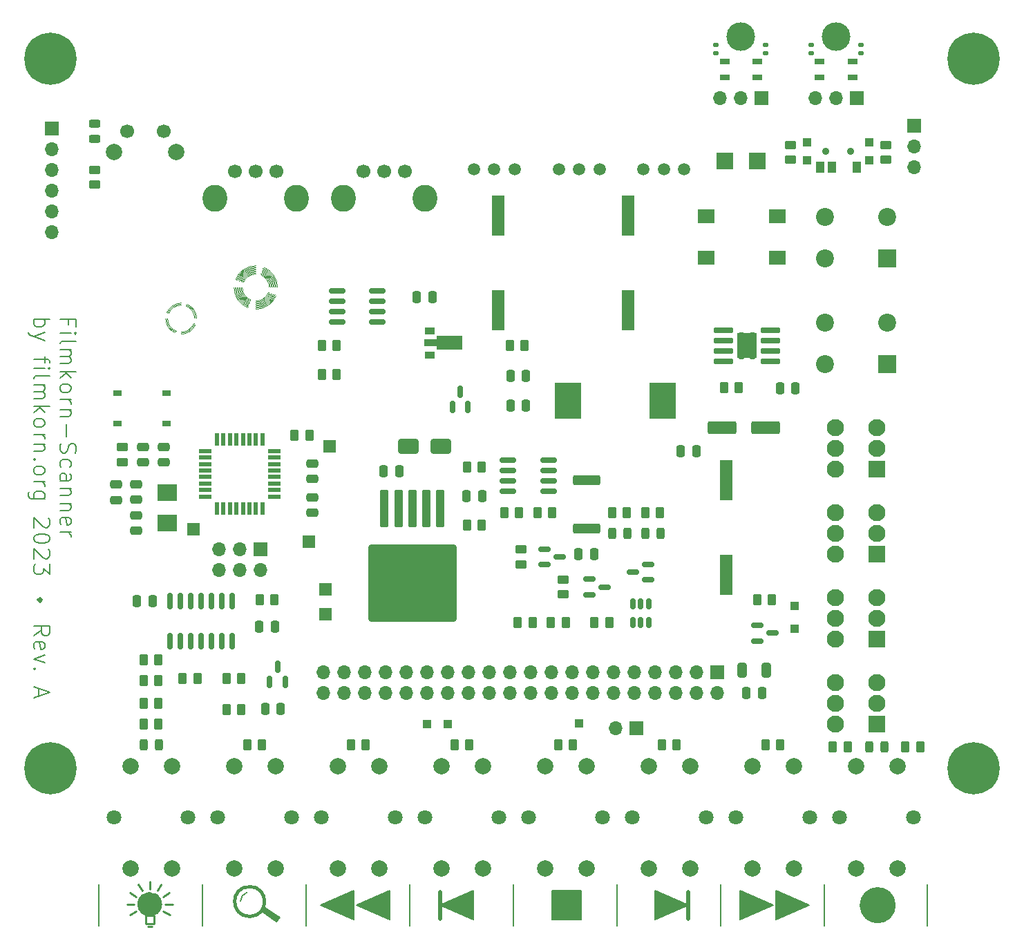
<source format=gts>
%TF.GenerationSoftware,KiCad,Pcbnew,7.0.9-29-ge2d8d53a10*%
%TF.CreationDate,2023-11-19T17:16:07+01:00*%
%TF.ProjectId,scan-controller-kicad,7363616e-2d63-46f6-9e74-726f6c6c6572,rev?*%
%TF.SameCoordinates,Original*%
%TF.FileFunction,Soldermask,Top*%
%TF.FilePolarity,Negative*%
%FSLAX46Y46*%
G04 Gerber Fmt 4.6, Leading zero omitted, Abs format (unit mm)*
G04 Created by KiCad (PCBNEW 7.0.9-29-ge2d8d53a10) date 2023-11-19 17:16:07*
%MOMM*%
%LPD*%
G01*
G04 APERTURE LIST*
G04 Aperture macros list*
%AMRoundRect*
0 Rectangle with rounded corners*
0 $1 Rounding radius*
0 $2 $3 $4 $5 $6 $7 $8 $9 X,Y pos of 4 corners*
0 Add a 4 corners polygon primitive as box body*
4,1,4,$2,$3,$4,$5,$6,$7,$8,$9,$2,$3,0*
0 Add four circle primitives for the rounded corners*
1,1,$1+$1,$2,$3*
1,1,$1+$1,$4,$5*
1,1,$1+$1,$6,$7*
1,1,$1+$1,$8,$9*
0 Add four rect primitives between the rounded corners*
20,1,$1+$1,$2,$3,$4,$5,0*
20,1,$1+$1,$4,$5,$6,$7,0*
20,1,$1+$1,$6,$7,$8,$9,0*
20,1,$1+$1,$8,$9,$2,$3,0*%
%AMFreePoly0*
4,1,9,3.862500,-0.866500,0.737500,-0.866500,0.737500,-0.450000,-0.737500,-0.450000,-0.737500,0.450000,0.737500,0.450000,0.737500,0.866500,3.862500,0.866500,3.862500,-0.866500,3.862500,-0.866500,$1*%
G04 Aperture macros list end*
%ADD10C,0.120000*%
%ADD11C,0.150000*%
%ADD12C,0.250000*%
%ADD13C,0.200000*%
%ADD14C,2.230261*%
%ADD15C,1.528521*%
%ADD16C,0.500000*%
%ADD17C,0.400000*%
%ADD18R,1.000000X1.400000*%
%ADD19R,1.000000X1.000000*%
%ADD20C,0.900000*%
%ADD21R,1.200000X0.700000*%
%ADD22R,2.100000X1.800000*%
%ADD23O,1.700000X1.700000*%
%ADD24R,1.700000X1.700000*%
%ADD25C,2.000000*%
%ADD26C,1.800000*%
%ADD27R,1.500000X1.500000*%
%ADD28C,2.100000*%
%ADD29R,2.100000X2.100000*%
%ADD30RoundRect,0.250000X0.250000X0.475000X-0.250000X0.475000X-0.250000X-0.475000X0.250000X-0.475000X0*%
%ADD31C,1.520000*%
%ADD32RoundRect,0.250000X-1.000000X-0.650000X1.000000X-0.650000X1.000000X0.650000X-1.000000X0.650000X0*%
%ADD33R,1.000000X0.750000*%
%ADD34RoundRect,0.250000X0.475000X-0.250000X0.475000X0.250000X-0.475000X0.250000X-0.475000X-0.250000X0*%
%ADD35RoundRect,0.250000X1.425000X-0.362500X1.425000X0.362500X-1.425000X0.362500X-1.425000X-0.362500X0*%
%ADD36RoundRect,0.250000X0.450000X-0.262500X0.450000X0.262500X-0.450000X0.262500X-0.450000X-0.262500X0*%
%ADD37RoundRect,0.250000X-0.262500X-0.450000X0.262500X-0.450000X0.262500X0.450000X-0.262500X0.450000X0*%
%ADD38R,2.000000X2.000000*%
%ADD39RoundRect,0.243750X0.243750X0.456250X-0.243750X0.456250X-0.243750X-0.456250X0.243750X-0.456250X0*%
%ADD40RoundRect,0.150000X-0.825000X-0.150000X0.825000X-0.150000X0.825000X0.150000X-0.825000X0.150000X0*%
%ADD41R,1.300000X0.900000*%
%ADD42FreePoly0,0.000000*%
%ADD43RoundRect,0.250000X-0.250000X-0.475000X0.250000X-0.475000X0.250000X0.475000X-0.250000X0.475000X0*%
%ADD44RoundRect,0.250000X0.262500X0.450000X-0.262500X0.450000X-0.262500X-0.450000X0.262500X-0.450000X0*%
%ADD45C,3.500000*%
%ADD46C,2.600000*%
%ADD47RoundRect,0.150000X-0.587500X-0.150000X0.587500X-0.150000X0.587500X0.150000X-0.587500X0.150000X0*%
%ADD48RoundRect,0.250000X-0.325000X-0.650000X0.325000X-0.650000X0.325000X0.650000X-0.325000X0.650000X0*%
%ADD49RoundRect,0.243750X-0.243750X-0.456250X0.243750X-0.456250X0.243750X0.456250X-0.243750X0.456250X0*%
%ADD50RoundRect,0.250000X-0.300000X0.300000X-0.300000X-0.300000X0.300000X-0.300000X0.300000X0.300000X0*%
%ADD51C,0.800000*%
%ADD52C,6.400000*%
%ADD53C,2.200000*%
%ADD54R,2.200000X2.200000*%
%ADD55RoundRect,0.150000X0.587500X0.150000X-0.587500X0.150000X-0.587500X-0.150000X0.587500X-0.150000X0*%
%ADD56O,3.000000X3.300000*%
%ADD57C,1.700000*%
%ADD58RoundRect,0.135000X-0.185000X0.135000X-0.185000X-0.135000X0.185000X-0.135000X0.185000X0.135000X0*%
%ADD59RoundRect,0.243750X-0.456250X0.243750X-0.456250X-0.243750X0.456250X-0.243750X0.456250X0.243750X0*%
%ADD60RoundRect,0.250000X1.500000X0.550000X-1.500000X0.550000X-1.500000X-0.550000X1.500000X-0.550000X0*%
%ADD61RoundRect,0.250000X-0.475000X0.250000X-0.475000X-0.250000X0.475000X-0.250000X0.475000X0.250000X0*%
%ADD62RoundRect,0.150000X0.150000X-0.825000X0.150000X0.825000X-0.150000X0.825000X-0.150000X-0.825000X0*%
%ADD63R,1.600000X5.000000*%
%ADD64R,3.250000X4.500000*%
%ADD65RoundRect,0.150000X0.150000X-0.512500X0.150000X0.512500X-0.150000X0.512500X-0.150000X-0.512500X0*%
%ADD66C,0.770000*%
%ADD67RoundRect,0.070000X-1.100000X-0.250000X1.100000X-0.250000X1.100000X0.250000X-1.100000X0.250000X0*%
%ADD68R,2.400000X3.100000*%
%ADD69RoundRect,0.150000X0.150000X-0.587500X0.150000X0.587500X-0.150000X0.587500X-0.150000X-0.587500X0*%
%ADD70R,2.400000X2.000000*%
%ADD71R,0.550000X1.600000*%
%ADD72R,1.600000X0.550000*%
%ADD73RoundRect,0.250000X-0.450000X0.262500X-0.450000X-0.262500X0.450000X-0.262500X0.450000X0.262500X0*%
%ADD74RoundRect,0.250000X-0.300000X2.050000X-0.300000X-2.050000X0.300000X-2.050000X0.300000X2.050000X0*%
%ADD75RoundRect,0.250002X-5.149998X4.449998X-5.149998X-4.449998X5.149998X-4.449998X5.149998X4.449998X0*%
G04 APERTURE END LIST*
D10*
X140716000Y-79121000D02*
G75*
G03*
X138965047Y-80275541I0J-1905000D01*
G01*
D11*
X166267548Y-154686000D02*
X162203548Y-152908000D01*
X166267548Y-151130000D01*
X166267548Y-154686000D01*
G36*
X166267548Y-154686000D02*
G01*
X162203548Y-152908000D01*
X166267548Y-151130000D01*
X166267548Y-154686000D01*
G37*
D10*
X151637999Y-77216000D02*
G75*
G03*
X150497178Y-75556095I-1777999J0D01*
G01*
D11*
X176530000Y-154686000D02*
X172466000Y-152908000D01*
X176530000Y-151130000D01*
X176530000Y-154686000D01*
G36*
X176530000Y-154686000D02*
G01*
X172466000Y-152908000D01*
X176530000Y-151130000D01*
X176530000Y-154686000D01*
G37*
D10*
X149860000Y-79628999D02*
G75*
G03*
X152108170Y-78092525I0J2412999D01*
G01*
X149860000Y-79882999D02*
G75*
G03*
X152332798Y-78215076I0J2666999D01*
G01*
X147447001Y-77216000D02*
G75*
G03*
X148983475Y-79464170I2412999J0D01*
G01*
D11*
X148786462Y-151335484D02*
G75*
G03*
X147988834Y-152400000I311538J-1064516D01*
G01*
D10*
X149860000Y-75057000D02*
G75*
G03*
X147839047Y-76456374I0J-2159000D01*
G01*
D12*
X138269182Y-150393400D02*
X137811982Y-151155400D01*
D13*
X130656000Y-155448000D02*
X130656000Y-150368000D01*
D10*
X149860000Y-79375000D02*
G75*
G03*
X151880953Y-77975626I0J2159000D01*
G01*
X149860000Y-79247999D02*
G75*
G03*
X151746682Y-77970619I0J2031999D01*
G01*
X152145999Y-77216000D02*
G75*
G03*
X150731127Y-75102489I-2285999J0D01*
G01*
D13*
X168755406Y-155448000D02*
X168755406Y-150368000D01*
D10*
X147320001Y-77216000D02*
G75*
G03*
X148982943Y-79599771I2539999J0D01*
G01*
X151891999Y-77216000D02*
G75*
G03*
X150614619Y-75329318I-2031999J0D01*
G01*
X149860000Y-74676001D02*
G75*
G03*
X147476229Y-76338943I0J-2539999D01*
G01*
X142366999Y-81026000D02*
G75*
G03*
X141307665Y-79484660I-1650999J0D01*
G01*
D11*
X152782427Y-154432000D02*
X152400000Y-154940000D01*
X150622000Y-153670000D01*
X150876000Y-153162000D01*
X152782427Y-154432000D01*
G36*
X152782427Y-154432000D02*
G01*
X152400000Y-154940000D01*
X150622000Y-153670000D01*
X150876000Y-153162000D01*
X152782427Y-154432000D01*
G37*
X161877096Y-154686000D02*
X157813096Y-152908000D01*
X161877096Y-151130000D01*
X161877096Y-154686000D01*
G36*
X161877096Y-154686000D02*
G01*
X157813096Y-152908000D01*
X161877096Y-151130000D01*
X161877096Y-154686000D01*
G37*
D10*
X152019000Y-77216000D02*
G75*
G03*
X150619626Y-75195047I-2159000J0D01*
G01*
X138938001Y-81026000D02*
G75*
G03*
X140078822Y-82685905I1777999J0D01*
G01*
X152399999Y-77216000D02*
G75*
G03*
X150737057Y-74832229I-2539999J0D01*
G01*
X140716000Y-82803999D02*
G75*
G03*
X142375905Y-81663178I0J1777999D01*
G01*
X149860000Y-79755999D02*
G75*
G03*
X152243771Y-78093057I0J2539999D01*
G01*
X147574001Y-77216000D02*
G75*
G03*
X148988873Y-79329511I2285999J0D01*
G01*
X147701000Y-77216000D02*
G75*
G03*
X149100374Y-79236953I2159000J0D01*
G01*
D11*
X213287548Y-152908000D02*
X209223548Y-154686000D01*
X209223548Y-151130000D01*
X213287548Y-152908000D01*
G36*
X213287548Y-152908000D02*
G01*
X209223548Y-154686000D01*
X209223548Y-151130000D01*
X213287548Y-152908000D01*
G37*
D10*
X149860000Y-75184001D02*
G75*
G03*
X147973318Y-76461381I0J-2031999D01*
G01*
X149860000Y-75438001D02*
G75*
G03*
X148200095Y-76578822I0J-1777999D01*
G01*
X148082001Y-77216000D02*
G75*
G03*
X149222822Y-78875905I1777999J0D01*
G01*
D14*
X227175130Y-152908000D02*
G75*
G03*
X227175130Y-152908000I-1115130J0D01*
G01*
D15*
X137624389Y-152786577D02*
G75*
G03*
X137624389Y-152786577I-764260J0D01*
G01*
D10*
X140716000Y-82676999D02*
G75*
G03*
X142257340Y-81617665I0J1650999D01*
G01*
D12*
X136372600Y-154127200D02*
X137388600Y-154127200D01*
X137388600Y-155143200D01*
X136372600Y-155143200D01*
X136372600Y-154127200D01*
D10*
X149860000Y-78867000D02*
G75*
G03*
X151384220Y-77850472I0J1651000D01*
G01*
X149860000Y-78993999D02*
G75*
G03*
X151519905Y-77853178I0J1777999D01*
G01*
X142493999Y-81026000D02*
G75*
G03*
X141353178Y-79366095I-1777999J0D01*
G01*
D13*
X206855406Y-155448000D02*
X206855406Y-150368000D01*
D10*
X140716000Y-79248001D02*
G75*
G03*
X139056095Y-80388822I0J-1777999D01*
G01*
X152526999Y-77216000D02*
G75*
G03*
X150859076Y-74743202I-2666999J0D01*
G01*
D12*
X134977532Y-152786577D02*
X134065482Y-152786577D01*
D10*
X139065001Y-81026000D02*
G75*
G03*
X140124335Y-82567340I1650999J0D01*
G01*
X151765000Y-77216000D02*
G75*
G03*
X150610459Y-75465047I-1905000J0D01*
G01*
D13*
X219556000Y-155448000D02*
X219556000Y-150368000D01*
D10*
X149860000Y-74930001D02*
G75*
G03*
X147746489Y-76344873I0J-2285999D01*
G01*
X148209000Y-77216000D02*
G75*
G03*
X149225528Y-78740220I1651000J0D01*
G01*
D16*
X172466000Y-151257000D02*
X172466000Y-154559000D01*
D10*
X147828001Y-77216000D02*
G75*
G03*
X149105381Y-79102682I2031999J0D01*
G01*
D13*
X232156000Y-155448000D02*
X232156000Y-150368000D01*
D10*
X142621000Y-81026000D02*
G75*
G03*
X141466459Y-79275047I-1905000J0D01*
G01*
X138811000Y-81026000D02*
G75*
G03*
X139965541Y-82776953I1905000J0D01*
G01*
X147193001Y-77216000D02*
G75*
G03*
X148860924Y-79688798I2666999J0D01*
G01*
X147955000Y-77216000D02*
G75*
G03*
X149109541Y-78966953I1905000J0D01*
G01*
D12*
X136626600Y-155498800D02*
X137134600Y-155498800D01*
D11*
X202806092Y-152908000D02*
X198742092Y-154686000D01*
X198742092Y-151130000D01*
X202806092Y-152908000D01*
G36*
X202806092Y-152908000D02*
G01*
X198742092Y-154686000D01*
X198742092Y-151130000D01*
X202806092Y-152908000D01*
G37*
D12*
X135915400Y-151155400D02*
X135458200Y-150393400D01*
D13*
X181455406Y-155448000D02*
X181455406Y-150368000D01*
D12*
X136860129Y-150903980D02*
X136860129Y-149991930D01*
X139661900Y-152786577D02*
X138749850Y-152786577D01*
D11*
X186182000Y-151130000D02*
X189738000Y-151130000D01*
X189738000Y-154686000D01*
X186182000Y-154686000D01*
X186182000Y-151130000D01*
G36*
X186182000Y-151130000D02*
G01*
X189738000Y-151130000D01*
X189738000Y-154686000D01*
X186182000Y-154686000D01*
X186182000Y-151130000D01*
G37*
D17*
X149149154Y-154287244D02*
G75*
G03*
X149098000Y-154287958I-51154J1832294D01*
G01*
D10*
X149860000Y-79501999D02*
G75*
G03*
X151973511Y-78087127I0J2285999D01*
G01*
X149860000Y-75311000D02*
G75*
G03*
X148109047Y-76465541I0J-1905000D01*
G01*
D12*
X138523182Y-153670000D02*
X139335982Y-154101800D01*
X135229600Y-151841200D02*
X134442200Y-151384000D01*
D13*
X143356000Y-155448000D02*
X143356000Y-150368000D01*
D10*
X149860000Y-79121000D02*
G75*
G03*
X151610953Y-77966459I0J1905000D01*
G01*
D16*
X202806092Y-151257000D02*
X202806092Y-154559000D01*
D12*
X134391400Y-154101800D02*
X135204200Y-153670000D01*
D10*
X140716000Y-79375001D02*
G75*
G03*
X139174660Y-80434335I0J-1650999D01*
G01*
D13*
X156056000Y-155448000D02*
X156056000Y-150368000D01*
D10*
X152272999Y-77216000D02*
G75*
G03*
X150736525Y-74967830I-2412999J0D01*
G01*
X140716000Y-82931000D02*
G75*
G03*
X142466953Y-81776459I0J1905000D01*
G01*
X149860000Y-75565000D02*
G75*
G03*
X148335780Y-76581528I0J-1651000D01*
G01*
X149860000Y-74803001D02*
G75*
G03*
X147611830Y-76339475I0J-2412999D01*
G01*
D11*
X217678000Y-152908000D02*
X213614000Y-154686000D01*
X213614000Y-151130000D01*
X217678000Y-152908000D01*
G36*
X217678000Y-152908000D02*
G01*
X213614000Y-154686000D01*
X213614000Y-151130000D01*
X217678000Y-152908000D01*
G37*
D10*
X149860000Y-74549001D02*
G75*
G03*
X147387202Y-76216924I0J-2666999D01*
G01*
D12*
X139285182Y-151384000D02*
X138497782Y-151841200D01*
D13*
X194155406Y-155448000D02*
X194155406Y-150368000D01*
D10*
X151511000Y-77216000D02*
G75*
G03*
X150494472Y-75691780I-1651000J0D01*
G01*
D13*
X126912781Y-81774434D02*
X126912781Y-81107767D01*
X125865162Y-81107767D02*
X127865162Y-81107767D01*
X127865162Y-81107767D02*
X127865162Y-82060148D01*
X125865162Y-82822053D02*
X127198496Y-82822053D01*
X127865162Y-82822053D02*
X127769924Y-82726815D01*
X127769924Y-82726815D02*
X127674686Y-82822053D01*
X127674686Y-82822053D02*
X127769924Y-82917291D01*
X127769924Y-82917291D02*
X127865162Y-82822053D01*
X127865162Y-82822053D02*
X127674686Y-82822053D01*
X125865162Y-84060148D02*
X125960401Y-83869672D01*
X125960401Y-83869672D02*
X126150877Y-83774434D01*
X126150877Y-83774434D02*
X127865162Y-83774434D01*
X125865162Y-84822053D02*
X127198496Y-84822053D01*
X127008020Y-84822053D02*
X127103258Y-84917291D01*
X127103258Y-84917291D02*
X127198496Y-85107767D01*
X127198496Y-85107767D02*
X127198496Y-85393482D01*
X127198496Y-85393482D02*
X127103258Y-85583958D01*
X127103258Y-85583958D02*
X126912781Y-85679196D01*
X126912781Y-85679196D02*
X125865162Y-85679196D01*
X126912781Y-85679196D02*
X127103258Y-85774434D01*
X127103258Y-85774434D02*
X127198496Y-85964910D01*
X127198496Y-85964910D02*
X127198496Y-86250624D01*
X127198496Y-86250624D02*
X127103258Y-86441101D01*
X127103258Y-86441101D02*
X126912781Y-86536339D01*
X126912781Y-86536339D02*
X125865162Y-86536339D01*
X125865162Y-87488720D02*
X127865162Y-87488720D01*
X126627067Y-87679196D02*
X125865162Y-88250625D01*
X127198496Y-88250625D02*
X126436591Y-87488720D01*
X125865162Y-89393482D02*
X125960401Y-89203006D01*
X125960401Y-89203006D02*
X126055639Y-89107768D01*
X126055639Y-89107768D02*
X126246115Y-89012530D01*
X126246115Y-89012530D02*
X126817543Y-89012530D01*
X126817543Y-89012530D02*
X127008020Y-89107768D01*
X127008020Y-89107768D02*
X127103258Y-89203006D01*
X127103258Y-89203006D02*
X127198496Y-89393482D01*
X127198496Y-89393482D02*
X127198496Y-89679197D01*
X127198496Y-89679197D02*
X127103258Y-89869673D01*
X127103258Y-89869673D02*
X127008020Y-89964911D01*
X127008020Y-89964911D02*
X126817543Y-90060149D01*
X126817543Y-90060149D02*
X126246115Y-90060149D01*
X126246115Y-90060149D02*
X126055639Y-89964911D01*
X126055639Y-89964911D02*
X125960401Y-89869673D01*
X125960401Y-89869673D02*
X125865162Y-89679197D01*
X125865162Y-89679197D02*
X125865162Y-89393482D01*
X125865162Y-90917292D02*
X127198496Y-90917292D01*
X126817543Y-90917292D02*
X127008020Y-91012530D01*
X127008020Y-91012530D02*
X127103258Y-91107768D01*
X127103258Y-91107768D02*
X127198496Y-91298244D01*
X127198496Y-91298244D02*
X127198496Y-91488721D01*
X127198496Y-92155387D02*
X125865162Y-92155387D01*
X127008020Y-92155387D02*
X127103258Y-92250625D01*
X127103258Y-92250625D02*
X127198496Y-92441101D01*
X127198496Y-92441101D02*
X127198496Y-92726816D01*
X127198496Y-92726816D02*
X127103258Y-92917292D01*
X127103258Y-92917292D02*
X126912781Y-93012530D01*
X126912781Y-93012530D02*
X125865162Y-93012530D01*
X126627067Y-93964911D02*
X126627067Y-95488721D01*
X125960401Y-96345863D02*
X125865162Y-96631577D01*
X125865162Y-96631577D02*
X125865162Y-97107768D01*
X125865162Y-97107768D02*
X125960401Y-97298244D01*
X125960401Y-97298244D02*
X126055639Y-97393482D01*
X126055639Y-97393482D02*
X126246115Y-97488720D01*
X126246115Y-97488720D02*
X126436591Y-97488720D01*
X126436591Y-97488720D02*
X126627067Y-97393482D01*
X126627067Y-97393482D02*
X126722305Y-97298244D01*
X126722305Y-97298244D02*
X126817543Y-97107768D01*
X126817543Y-97107768D02*
X126912781Y-96726815D01*
X126912781Y-96726815D02*
X127008020Y-96536339D01*
X127008020Y-96536339D02*
X127103258Y-96441101D01*
X127103258Y-96441101D02*
X127293734Y-96345863D01*
X127293734Y-96345863D02*
X127484210Y-96345863D01*
X127484210Y-96345863D02*
X127674686Y-96441101D01*
X127674686Y-96441101D02*
X127769924Y-96536339D01*
X127769924Y-96536339D02*
X127865162Y-96726815D01*
X127865162Y-96726815D02*
X127865162Y-97203006D01*
X127865162Y-97203006D02*
X127769924Y-97488720D01*
X125960401Y-99203006D02*
X125865162Y-99012530D01*
X125865162Y-99012530D02*
X125865162Y-98631577D01*
X125865162Y-98631577D02*
X125960401Y-98441101D01*
X125960401Y-98441101D02*
X126055639Y-98345863D01*
X126055639Y-98345863D02*
X126246115Y-98250625D01*
X126246115Y-98250625D02*
X126817543Y-98250625D01*
X126817543Y-98250625D02*
X127008020Y-98345863D01*
X127008020Y-98345863D02*
X127103258Y-98441101D01*
X127103258Y-98441101D02*
X127198496Y-98631577D01*
X127198496Y-98631577D02*
X127198496Y-99012530D01*
X127198496Y-99012530D02*
X127103258Y-99203006D01*
X125865162Y-100917292D02*
X126912781Y-100917292D01*
X126912781Y-100917292D02*
X127103258Y-100822054D01*
X127103258Y-100822054D02*
X127198496Y-100631578D01*
X127198496Y-100631578D02*
X127198496Y-100250625D01*
X127198496Y-100250625D02*
X127103258Y-100060149D01*
X125960401Y-100917292D02*
X125865162Y-100726816D01*
X125865162Y-100726816D02*
X125865162Y-100250625D01*
X125865162Y-100250625D02*
X125960401Y-100060149D01*
X125960401Y-100060149D02*
X126150877Y-99964911D01*
X126150877Y-99964911D02*
X126341353Y-99964911D01*
X126341353Y-99964911D02*
X126531829Y-100060149D01*
X126531829Y-100060149D02*
X126627067Y-100250625D01*
X126627067Y-100250625D02*
X126627067Y-100726816D01*
X126627067Y-100726816D02*
X126722305Y-100917292D01*
X127198496Y-101869673D02*
X125865162Y-101869673D01*
X127008020Y-101869673D02*
X127103258Y-101964911D01*
X127103258Y-101964911D02*
X127198496Y-102155387D01*
X127198496Y-102155387D02*
X127198496Y-102441102D01*
X127198496Y-102441102D02*
X127103258Y-102631578D01*
X127103258Y-102631578D02*
X126912781Y-102726816D01*
X126912781Y-102726816D02*
X125865162Y-102726816D01*
X127198496Y-103679197D02*
X125865162Y-103679197D01*
X127008020Y-103679197D02*
X127103258Y-103774435D01*
X127103258Y-103774435D02*
X127198496Y-103964911D01*
X127198496Y-103964911D02*
X127198496Y-104250626D01*
X127198496Y-104250626D02*
X127103258Y-104441102D01*
X127103258Y-104441102D02*
X126912781Y-104536340D01*
X126912781Y-104536340D02*
X125865162Y-104536340D01*
X125960401Y-106250626D02*
X125865162Y-106060150D01*
X125865162Y-106060150D02*
X125865162Y-105679197D01*
X125865162Y-105679197D02*
X125960401Y-105488721D01*
X125960401Y-105488721D02*
X126150877Y-105393483D01*
X126150877Y-105393483D02*
X126912781Y-105393483D01*
X126912781Y-105393483D02*
X127103258Y-105488721D01*
X127103258Y-105488721D02*
X127198496Y-105679197D01*
X127198496Y-105679197D02*
X127198496Y-106060150D01*
X127198496Y-106060150D02*
X127103258Y-106250626D01*
X127103258Y-106250626D02*
X126912781Y-106345864D01*
X126912781Y-106345864D02*
X126722305Y-106345864D01*
X126722305Y-106345864D02*
X126531829Y-105393483D01*
X125865162Y-107203007D02*
X127198496Y-107203007D01*
X126817543Y-107203007D02*
X127008020Y-107298245D01*
X127008020Y-107298245D02*
X127103258Y-107393483D01*
X127103258Y-107393483D02*
X127198496Y-107583959D01*
X127198496Y-107583959D02*
X127198496Y-107774436D01*
X122645162Y-81107767D02*
X124645162Y-81107767D01*
X123883258Y-81107767D02*
X123978496Y-81298243D01*
X123978496Y-81298243D02*
X123978496Y-81679196D01*
X123978496Y-81679196D02*
X123883258Y-81869672D01*
X123883258Y-81869672D02*
X123788020Y-81964910D01*
X123788020Y-81964910D02*
X123597543Y-82060148D01*
X123597543Y-82060148D02*
X123026115Y-82060148D01*
X123026115Y-82060148D02*
X122835639Y-81964910D01*
X122835639Y-81964910D02*
X122740401Y-81869672D01*
X122740401Y-81869672D02*
X122645162Y-81679196D01*
X122645162Y-81679196D02*
X122645162Y-81298243D01*
X122645162Y-81298243D02*
X122740401Y-81107767D01*
X123978496Y-82726815D02*
X122645162Y-83203005D01*
X123978496Y-83679196D02*
X122645162Y-83203005D01*
X122645162Y-83203005D02*
X122168972Y-83012529D01*
X122168972Y-83012529D02*
X122073734Y-82917291D01*
X122073734Y-82917291D02*
X121978496Y-82726815D01*
X123978496Y-85679197D02*
X123978496Y-86441101D01*
X122645162Y-85964911D02*
X124359448Y-85964911D01*
X124359448Y-85964911D02*
X124549924Y-86060149D01*
X124549924Y-86060149D02*
X124645162Y-86250625D01*
X124645162Y-86250625D02*
X124645162Y-86441101D01*
X122645162Y-87107768D02*
X123978496Y-87107768D01*
X124645162Y-87107768D02*
X124549924Y-87012530D01*
X124549924Y-87012530D02*
X124454686Y-87107768D01*
X124454686Y-87107768D02*
X124549924Y-87203006D01*
X124549924Y-87203006D02*
X124645162Y-87107768D01*
X124645162Y-87107768D02*
X124454686Y-87107768D01*
X122645162Y-88345863D02*
X122740401Y-88155387D01*
X122740401Y-88155387D02*
X122930877Y-88060149D01*
X122930877Y-88060149D02*
X124645162Y-88060149D01*
X122645162Y-89107768D02*
X123978496Y-89107768D01*
X123788020Y-89107768D02*
X123883258Y-89203006D01*
X123883258Y-89203006D02*
X123978496Y-89393482D01*
X123978496Y-89393482D02*
X123978496Y-89679197D01*
X123978496Y-89679197D02*
X123883258Y-89869673D01*
X123883258Y-89869673D02*
X123692781Y-89964911D01*
X123692781Y-89964911D02*
X122645162Y-89964911D01*
X123692781Y-89964911D02*
X123883258Y-90060149D01*
X123883258Y-90060149D02*
X123978496Y-90250625D01*
X123978496Y-90250625D02*
X123978496Y-90536339D01*
X123978496Y-90536339D02*
X123883258Y-90726816D01*
X123883258Y-90726816D02*
X123692781Y-90822054D01*
X123692781Y-90822054D02*
X122645162Y-90822054D01*
X122645162Y-91774435D02*
X124645162Y-91774435D01*
X123407067Y-91964911D02*
X122645162Y-92536340D01*
X123978496Y-92536340D02*
X123216591Y-91774435D01*
X122645162Y-93679197D02*
X122740401Y-93488721D01*
X122740401Y-93488721D02*
X122835639Y-93393483D01*
X122835639Y-93393483D02*
X123026115Y-93298245D01*
X123026115Y-93298245D02*
X123597543Y-93298245D01*
X123597543Y-93298245D02*
X123788020Y-93393483D01*
X123788020Y-93393483D02*
X123883258Y-93488721D01*
X123883258Y-93488721D02*
X123978496Y-93679197D01*
X123978496Y-93679197D02*
X123978496Y-93964912D01*
X123978496Y-93964912D02*
X123883258Y-94155388D01*
X123883258Y-94155388D02*
X123788020Y-94250626D01*
X123788020Y-94250626D02*
X123597543Y-94345864D01*
X123597543Y-94345864D02*
X123026115Y-94345864D01*
X123026115Y-94345864D02*
X122835639Y-94250626D01*
X122835639Y-94250626D02*
X122740401Y-94155388D01*
X122740401Y-94155388D02*
X122645162Y-93964912D01*
X122645162Y-93964912D02*
X122645162Y-93679197D01*
X122645162Y-95203007D02*
X123978496Y-95203007D01*
X123597543Y-95203007D02*
X123788020Y-95298245D01*
X123788020Y-95298245D02*
X123883258Y-95393483D01*
X123883258Y-95393483D02*
X123978496Y-95583959D01*
X123978496Y-95583959D02*
X123978496Y-95774436D01*
X123978496Y-96441102D02*
X122645162Y-96441102D01*
X123788020Y-96441102D02*
X123883258Y-96536340D01*
X123883258Y-96536340D02*
X123978496Y-96726816D01*
X123978496Y-96726816D02*
X123978496Y-97012531D01*
X123978496Y-97012531D02*
X123883258Y-97203007D01*
X123883258Y-97203007D02*
X123692781Y-97298245D01*
X123692781Y-97298245D02*
X122645162Y-97298245D01*
X122835639Y-98250626D02*
X122740401Y-98345864D01*
X122740401Y-98345864D02*
X122645162Y-98250626D01*
X122645162Y-98250626D02*
X122740401Y-98155388D01*
X122740401Y-98155388D02*
X122835639Y-98250626D01*
X122835639Y-98250626D02*
X122645162Y-98250626D01*
X122645162Y-99488721D02*
X122740401Y-99298245D01*
X122740401Y-99298245D02*
X122835639Y-99203007D01*
X122835639Y-99203007D02*
X123026115Y-99107769D01*
X123026115Y-99107769D02*
X123597543Y-99107769D01*
X123597543Y-99107769D02*
X123788020Y-99203007D01*
X123788020Y-99203007D02*
X123883258Y-99298245D01*
X123883258Y-99298245D02*
X123978496Y-99488721D01*
X123978496Y-99488721D02*
X123978496Y-99774436D01*
X123978496Y-99774436D02*
X123883258Y-99964912D01*
X123883258Y-99964912D02*
X123788020Y-100060150D01*
X123788020Y-100060150D02*
X123597543Y-100155388D01*
X123597543Y-100155388D02*
X123026115Y-100155388D01*
X123026115Y-100155388D02*
X122835639Y-100060150D01*
X122835639Y-100060150D02*
X122740401Y-99964912D01*
X122740401Y-99964912D02*
X122645162Y-99774436D01*
X122645162Y-99774436D02*
X122645162Y-99488721D01*
X122645162Y-101012531D02*
X123978496Y-101012531D01*
X123597543Y-101012531D02*
X123788020Y-101107769D01*
X123788020Y-101107769D02*
X123883258Y-101203007D01*
X123883258Y-101203007D02*
X123978496Y-101393483D01*
X123978496Y-101393483D02*
X123978496Y-101583960D01*
X123978496Y-103107769D02*
X122359448Y-103107769D01*
X122359448Y-103107769D02*
X122168972Y-103012531D01*
X122168972Y-103012531D02*
X122073734Y-102917293D01*
X122073734Y-102917293D02*
X121978496Y-102726816D01*
X121978496Y-102726816D02*
X121978496Y-102441102D01*
X121978496Y-102441102D02*
X122073734Y-102250626D01*
X122740401Y-103107769D02*
X122645162Y-102917293D01*
X122645162Y-102917293D02*
X122645162Y-102536340D01*
X122645162Y-102536340D02*
X122740401Y-102345864D01*
X122740401Y-102345864D02*
X122835639Y-102250626D01*
X122835639Y-102250626D02*
X123026115Y-102155388D01*
X123026115Y-102155388D02*
X123597543Y-102155388D01*
X123597543Y-102155388D02*
X123788020Y-102250626D01*
X123788020Y-102250626D02*
X123883258Y-102345864D01*
X123883258Y-102345864D02*
X123978496Y-102536340D01*
X123978496Y-102536340D02*
X123978496Y-102917293D01*
X123978496Y-102917293D02*
X123883258Y-103107769D01*
X124454686Y-105488722D02*
X124549924Y-105583960D01*
X124549924Y-105583960D02*
X124645162Y-105774436D01*
X124645162Y-105774436D02*
X124645162Y-106250627D01*
X124645162Y-106250627D02*
X124549924Y-106441103D01*
X124549924Y-106441103D02*
X124454686Y-106536341D01*
X124454686Y-106536341D02*
X124264210Y-106631579D01*
X124264210Y-106631579D02*
X124073734Y-106631579D01*
X124073734Y-106631579D02*
X123788020Y-106536341D01*
X123788020Y-106536341D02*
X122645162Y-105393484D01*
X122645162Y-105393484D02*
X122645162Y-106631579D01*
X124645162Y-107869674D02*
X124645162Y-108060151D01*
X124645162Y-108060151D02*
X124549924Y-108250627D01*
X124549924Y-108250627D02*
X124454686Y-108345865D01*
X124454686Y-108345865D02*
X124264210Y-108441103D01*
X124264210Y-108441103D02*
X123883258Y-108536341D01*
X123883258Y-108536341D02*
X123407067Y-108536341D01*
X123407067Y-108536341D02*
X123026115Y-108441103D01*
X123026115Y-108441103D02*
X122835639Y-108345865D01*
X122835639Y-108345865D02*
X122740401Y-108250627D01*
X122740401Y-108250627D02*
X122645162Y-108060151D01*
X122645162Y-108060151D02*
X122645162Y-107869674D01*
X122645162Y-107869674D02*
X122740401Y-107679198D01*
X122740401Y-107679198D02*
X122835639Y-107583960D01*
X122835639Y-107583960D02*
X123026115Y-107488722D01*
X123026115Y-107488722D02*
X123407067Y-107393484D01*
X123407067Y-107393484D02*
X123883258Y-107393484D01*
X123883258Y-107393484D02*
X124264210Y-107488722D01*
X124264210Y-107488722D02*
X124454686Y-107583960D01*
X124454686Y-107583960D02*
X124549924Y-107679198D01*
X124549924Y-107679198D02*
X124645162Y-107869674D01*
X124454686Y-109298246D02*
X124549924Y-109393484D01*
X124549924Y-109393484D02*
X124645162Y-109583960D01*
X124645162Y-109583960D02*
X124645162Y-110060151D01*
X124645162Y-110060151D02*
X124549924Y-110250627D01*
X124549924Y-110250627D02*
X124454686Y-110345865D01*
X124454686Y-110345865D02*
X124264210Y-110441103D01*
X124264210Y-110441103D02*
X124073734Y-110441103D01*
X124073734Y-110441103D02*
X123788020Y-110345865D01*
X123788020Y-110345865D02*
X122645162Y-109203008D01*
X122645162Y-109203008D02*
X122645162Y-110441103D01*
X124645162Y-111107770D02*
X124645162Y-112345865D01*
X124645162Y-112345865D02*
X123883258Y-111679198D01*
X123883258Y-111679198D02*
X123883258Y-111964913D01*
X123883258Y-111964913D02*
X123788020Y-112155389D01*
X123788020Y-112155389D02*
X123692781Y-112250627D01*
X123692781Y-112250627D02*
X123502305Y-112345865D01*
X123502305Y-112345865D02*
X123026115Y-112345865D01*
X123026115Y-112345865D02*
X122835639Y-112250627D01*
X122835639Y-112250627D02*
X122740401Y-112155389D01*
X122740401Y-112155389D02*
X122645162Y-111964913D01*
X122645162Y-111964913D02*
X122645162Y-111393484D01*
X122645162Y-111393484D02*
X122740401Y-111203008D01*
X122740401Y-111203008D02*
X122835639Y-111107770D01*
X123597543Y-115298247D02*
X123216591Y-115298247D01*
X123216591Y-115393485D02*
X123597543Y-115393485D01*
X123692781Y-115488723D02*
X123121353Y-115488723D01*
X123216591Y-115583961D02*
X123597543Y-115583961D01*
X123597543Y-115679199D02*
X123216591Y-115679199D01*
X123311829Y-115298247D02*
X123121353Y-115488723D01*
X123121353Y-115488723D02*
X123311829Y-115679199D01*
X123502305Y-115298247D02*
X123692781Y-115488723D01*
X123692781Y-115488723D02*
X123502305Y-115679199D01*
X123597543Y-115298247D02*
X123692781Y-115488723D01*
X123692781Y-115488723D02*
X123597543Y-115679199D01*
X123597543Y-115679199D02*
X123407067Y-115774437D01*
X123407067Y-115774437D02*
X123216591Y-115679199D01*
X123216591Y-115679199D02*
X123121353Y-115488723D01*
X123121353Y-115488723D02*
X123216591Y-115298247D01*
X123216591Y-115298247D02*
X123407067Y-115203008D01*
X123407067Y-115203008D02*
X123597543Y-115298247D01*
X122645162Y-119869675D02*
X123597543Y-119203008D01*
X122645162Y-118726818D02*
X124645162Y-118726818D01*
X124645162Y-118726818D02*
X124645162Y-119488723D01*
X124645162Y-119488723D02*
X124549924Y-119679199D01*
X124549924Y-119679199D02*
X124454686Y-119774437D01*
X124454686Y-119774437D02*
X124264210Y-119869675D01*
X124264210Y-119869675D02*
X123978496Y-119869675D01*
X123978496Y-119869675D02*
X123788020Y-119774437D01*
X123788020Y-119774437D02*
X123692781Y-119679199D01*
X123692781Y-119679199D02*
X123597543Y-119488723D01*
X123597543Y-119488723D02*
X123597543Y-118726818D01*
X122740401Y-121488723D02*
X122645162Y-121298247D01*
X122645162Y-121298247D02*
X122645162Y-120917294D01*
X122645162Y-120917294D02*
X122740401Y-120726818D01*
X122740401Y-120726818D02*
X122930877Y-120631580D01*
X122930877Y-120631580D02*
X123692781Y-120631580D01*
X123692781Y-120631580D02*
X123883258Y-120726818D01*
X123883258Y-120726818D02*
X123978496Y-120917294D01*
X123978496Y-120917294D02*
X123978496Y-121298247D01*
X123978496Y-121298247D02*
X123883258Y-121488723D01*
X123883258Y-121488723D02*
X123692781Y-121583961D01*
X123692781Y-121583961D02*
X123502305Y-121583961D01*
X123502305Y-121583961D02*
X123311829Y-120631580D01*
X123978496Y-122250628D02*
X122645162Y-122726818D01*
X122645162Y-122726818D02*
X123978496Y-123203009D01*
X122835639Y-123964914D02*
X122740401Y-124060152D01*
X122740401Y-124060152D02*
X122645162Y-123964914D01*
X122645162Y-123964914D02*
X122740401Y-123869676D01*
X122740401Y-123869676D02*
X122835639Y-123964914D01*
X122835639Y-123964914D02*
X122645162Y-123964914D01*
X123216591Y-126345867D02*
X123216591Y-127298248D01*
X122645162Y-126155391D02*
X124645162Y-126822057D01*
X124645162Y-126822057D02*
X122645162Y-127488724D01*
D18*
%TO.C,SW11*%
X218974000Y-62509000D03*
X220474000Y-62509000D03*
X223474000Y-62509000D03*
D19*
X217424000Y-59389000D03*
X217424000Y-61589000D03*
X225024000Y-59389000D03*
X225024000Y-61589000D03*
D20*
X219724000Y-60489000D03*
X222724000Y-60489000D03*
%TD*%
D21*
%TO.C,U4*%
X222970000Y-49513300D03*
X218970000Y-49513300D03*
X218970000Y-51437100D03*
X222970000Y-51437100D03*
%TD*%
%TO.C,U3*%
X211318000Y-49513300D03*
X207318000Y-49513300D03*
X207318000Y-51437100D03*
X211318000Y-51437100D03*
%TD*%
D22*
%TO.C,D1*%
X205073000Y-68443000D03*
X205073000Y-73543000D03*
X213773000Y-73543000D03*
X213773000Y-68443000D03*
%TD*%
D23*
%TO.C,J7*%
X230523500Y-62484000D03*
X230523500Y-59944000D03*
D24*
X230523500Y-57404000D03*
%TD*%
D25*
%TO.C,SW5*%
X177663593Y-135909763D03*
X177663593Y-148409763D03*
X172583593Y-135909763D03*
X172583593Y-148409763D03*
D26*
X179623593Y-142159763D03*
X170623593Y-142159763D03*
%TD*%
D27*
%TO.C,TP7*%
X156327593Y-108377763D03*
%TD*%
D28*
%TO.C,CN3*%
X225933000Y-115189000D03*
X220853000Y-115189000D03*
X225933000Y-117729000D03*
X220853000Y-117729000D03*
D29*
X225933000Y-120269000D03*
D28*
X220853000Y-120269000D03*
%TD*%
D30*
%TO.C,C12*%
X135311593Y-115619763D03*
X137211593Y-115619763D03*
%TD*%
D28*
%TO.C,CN4*%
X225923593Y-104775000D03*
X220843593Y-104775000D03*
X225923593Y-107315000D03*
X220843593Y-107315000D03*
D29*
X225923593Y-109855000D03*
D28*
X220843593Y-109855000D03*
%TD*%
D31*
%TO.C,RV5*%
X202358000Y-62738000D03*
X199858000Y-62738000D03*
X197358000Y-62738000D03*
%TD*%
D32*
%TO.C,D5*%
X172551593Y-96693763D03*
X168551593Y-96693763D03*
%TD*%
D33*
%TO.C,SW1*%
X138900000Y-93875000D03*
X132900000Y-93875000D03*
X138900000Y-90125000D03*
X132900000Y-90125000D03*
%TD*%
D34*
%TO.C,C8*%
X136007593Y-96759763D03*
X136007593Y-98659763D03*
%TD*%
D35*
%TO.C,R38*%
X190363593Y-100843263D03*
X190363593Y-106768263D03*
%TD*%
D36*
%TO.C,R42*%
X215392000Y-59726500D03*
X215392000Y-61551500D03*
%TD*%
D37*
%TO.C,R35*%
X177560093Y-106345763D03*
X175735093Y-106345763D03*
%TD*%
D38*
%TO.C,TP1*%
X207300000Y-61700000D03*
%TD*%
D37*
%TO.C,R12*%
X201436093Y-133269763D03*
X199611093Y-133269763D03*
%TD*%
D39*
%TO.C,D7*%
X197554093Y-107361763D03*
X199429093Y-107361763D03*
%TD*%
D40*
%TO.C,Q7*%
X164781000Y-77597000D03*
X164781000Y-78867000D03*
X164781000Y-80137000D03*
X164781000Y-81407000D03*
X159831000Y-81407000D03*
X159831000Y-80137000D03*
X159831000Y-78867000D03*
X159831000Y-77597000D03*
%TD*%
D41*
%TO.C,U6*%
X171141593Y-85493763D03*
D42*
X171229093Y-83993763D03*
D41*
X171141593Y-82493763D03*
%TD*%
D25*
%TO.C,SW4*%
X164963593Y-135909763D03*
X164963593Y-148409763D03*
X159883593Y-135909763D03*
X159883593Y-148409763D03*
D26*
X166923593Y-142159763D03*
X157923593Y-142159763D03*
%TD*%
D37*
%TO.C,R11*%
X188736093Y-133269763D03*
X186911093Y-133269763D03*
%TD*%
D43*
%TO.C,C19*%
X167437593Y-99741763D03*
X165537593Y-99741763D03*
%TD*%
D37*
%TO.C,R1*%
X183792500Y-118283763D03*
X181967500Y-118283763D03*
%TD*%
D30*
%TO.C,C14*%
X150297593Y-118791763D03*
X152197593Y-118791763D03*
%TD*%
D44*
%TO.C,R32*%
X157941000Y-87884000D03*
X159766000Y-87884000D03*
%TD*%
D45*
%TO.C,REF\u002A\u002A*%
X209318000Y-46502000D03*
D46*
X209318000Y-46502000D03*
%TD*%
D37*
%TO.C,R16*%
X156433093Y-95296763D03*
X154608093Y-95296763D03*
%TD*%
D27*
%TO.C,TP11*%
X158359593Y-114219763D03*
%TD*%
D23*
%TO.C,J2*%
X193960000Y-131200000D03*
D24*
X196500000Y-131200000D03*
%TD*%
D25*
%TO.C,SW3*%
X152263593Y-135909763D03*
X152263593Y-148409763D03*
X147183593Y-135909763D03*
X147183593Y-148409763D03*
D26*
X154223593Y-142159763D03*
X145223593Y-142159763D03*
%TD*%
D39*
%TO.C,D8*%
X193490093Y-107361763D03*
X195365093Y-107361763D03*
%TD*%
D37*
%TO.C,R9*%
X163336093Y-133269763D03*
X161511093Y-133269763D03*
%TD*%
D43*
%TO.C,C20*%
X182950000Y-88000000D03*
X181050000Y-88000000D03*
%TD*%
D47*
%TO.C,Q2*%
X192571093Y-113904763D03*
X190696093Y-114854763D03*
X190696093Y-112954763D03*
%TD*%
D23*
%TO.C,J6*%
X218430000Y-54018500D03*
X220970000Y-54018500D03*
D24*
X223510000Y-54018500D03*
%TD*%
D48*
%TO.C,C2*%
X212412593Y-124125763D03*
X209462593Y-124125763D03*
%TD*%
D49*
%TO.C,D6*%
X137961093Y-133269763D03*
X136086093Y-133269763D03*
%TD*%
D44*
%TO.C,R31*%
X157941000Y-84328000D03*
X159766000Y-84328000D03*
%TD*%
D37*
%TO.C,R7*%
X137936093Y-130729763D03*
X136111093Y-130729763D03*
%TD*%
D50*
%TO.C,D4*%
X215900000Y-119002000D03*
X215900000Y-116202000D03*
%TD*%
D23*
%TO.C,J4*%
X124900000Y-70460000D03*
X124900000Y-67920000D03*
X124900000Y-65380000D03*
X124900000Y-62840000D03*
X124900000Y-60300000D03*
D24*
X124900000Y-57760000D03*
%TD*%
D51*
%TO.C,REF\u002A\u002A*%
X127102944Y-136150000D03*
X126400000Y-137847056D03*
X126400000Y-134452944D03*
X124702944Y-138550000D03*
D52*
X124702944Y-136150000D03*
D51*
X124702944Y-133750000D03*
X123005888Y-137847056D03*
X123005888Y-134452944D03*
X122302944Y-136150000D03*
%TD*%
D37*
%TO.C,R25*%
X137936093Y-128189763D03*
X136111093Y-128189763D03*
%TD*%
D23*
%TO.C,J3*%
X145345593Y-111801763D03*
X145345593Y-109261763D03*
X147885593Y-111801763D03*
X147885593Y-109261763D03*
X150425593Y-111801763D03*
D24*
X150425593Y-109261763D03*
%TD*%
D53*
%TO.C,CN5*%
X227203000Y-81534000D03*
X219583000Y-81534000D03*
D54*
X227203000Y-86614000D03*
D53*
X219583000Y-86614000D03*
%TD*%
D37*
%TO.C,R14*%
X222400500Y-133523763D03*
X220575500Y-133523763D03*
%TD*%
D27*
%TO.C,TP8*%
X142240000Y-106853763D03*
%TD*%
D37*
%TO.C,R15*%
X137936093Y-122855763D03*
X136111093Y-122855763D03*
%TD*%
D55*
%TO.C,Q4*%
X196096093Y-112066263D03*
X197971093Y-111116263D03*
X197971093Y-113016263D03*
%TD*%
D31*
%TO.C,RV3*%
X181570000Y-62738000D03*
X179070000Y-62738000D03*
X176570000Y-62738000D03*
%TD*%
D47*
%TO.C,Q6*%
X213203000Y-119568000D03*
X211328000Y-120518000D03*
X211328000Y-118618000D03*
%TD*%
D56*
%TO.C,RV1*%
X170608000Y-66292000D03*
X160608000Y-66292000D03*
D57*
X163068000Y-62992000D03*
X165608000Y-62992000D03*
X168148000Y-62992000D03*
%TD*%
D58*
%TO.C,R19*%
X212366000Y-48536000D03*
X212366000Y-47516000D03*
%TD*%
D44*
%TO.C,R37*%
X184371093Y-104821763D03*
X186196093Y-104821763D03*
%TD*%
D37*
%TO.C,R10*%
X176036093Y-133269763D03*
X174211093Y-133269763D03*
%TD*%
D36*
%TO.C,R3*%
X182362593Y-109309263D03*
X182362593Y-111134263D03*
%TD*%
%TO.C,R4*%
X133500000Y-96787500D03*
X133500000Y-98612500D03*
%TD*%
D37*
%TO.C,R40*%
X195340093Y-104821763D03*
X193515093Y-104821763D03*
%TD*%
D43*
%TO.C,C17*%
X171501593Y-78405763D03*
X169601593Y-78405763D03*
%TD*%
%TO.C,C3*%
X211887593Y-126919763D03*
X209987593Y-126919763D03*
%TD*%
D44*
%TO.C,R18*%
X229465500Y-133523763D03*
X231290500Y-133523763D03*
%TD*%
D59*
%TO.C,D2*%
X130100000Y-59037500D03*
X130100000Y-57162500D03*
%TD*%
D58*
%TO.C,R22*%
X217954000Y-48536000D03*
X217954000Y-47516000D03*
%TD*%
D60*
%TO.C,C15*%
X206967593Y-94407763D03*
X212367593Y-94407763D03*
%TD*%
D43*
%TO.C,C24*%
X177597593Y-102789763D03*
X175697593Y-102789763D03*
%TD*%
D30*
%TO.C,C22*%
X201950000Y-97300000D03*
X203850000Y-97300000D03*
%TD*%
D25*
%TO.C,SW9*%
X228463593Y-135909763D03*
X228463593Y-148409763D03*
X223383593Y-135909763D03*
X223383593Y-148409763D03*
D26*
X230423593Y-142159763D03*
X221423593Y-142159763D03*
%TD*%
D34*
%TO.C,C9*%
X156790593Y-98791763D03*
X156790593Y-100691763D03*
%TD*%
D44*
%TO.C,R23*%
X136111093Y-125395763D03*
X137936093Y-125395763D03*
%TD*%
D19*
%TO.C,TP3*%
X173345593Y-130729763D03*
%TD*%
D53*
%TO.C,CN1*%
X227193593Y-68580000D03*
X219573593Y-68580000D03*
D54*
X227193593Y-73660000D03*
D53*
X219573593Y-73660000D03*
%TD*%
D61*
%TO.C,C6*%
X156790593Y-104821763D03*
X156790593Y-102921763D03*
%TD*%
D62*
%TO.C,U2*%
X139309593Y-115619763D03*
X140579593Y-115619763D03*
X141849593Y-115619763D03*
X143119593Y-115619763D03*
X144389593Y-115619763D03*
X145659593Y-115619763D03*
X146929593Y-115619763D03*
X146929593Y-120569763D03*
X145659593Y-120569763D03*
X144389593Y-120569763D03*
X143119593Y-120569763D03*
X141849593Y-120569763D03*
X140579593Y-120569763D03*
X139309593Y-120569763D03*
%TD*%
D19*
%TO.C,TP6*%
X189500000Y-130600000D03*
%TD*%
D25*
%TO.C,SW8*%
X215763593Y-135909763D03*
X215763593Y-148409763D03*
X210683593Y-135909763D03*
X210683593Y-148409763D03*
D26*
X217723593Y-142159763D03*
X208723593Y-142159763D03*
%TD*%
D34*
%TO.C,C4*%
X135200593Y-101331763D03*
X135200593Y-103231763D03*
%TD*%
D27*
%TO.C,TP9*%
X158867593Y-96693763D03*
%TD*%
D37*
%TO.C,R36*%
X182132093Y-104821763D03*
X180307093Y-104821763D03*
%TD*%
D63*
%TO.C,C23*%
X207508593Y-112399763D03*
X207508593Y-100799763D03*
%TD*%
D19*
%TO.C,TP4*%
X170805593Y-130729763D03*
%TD*%
D44*
%TO.C,R29*%
X211295093Y-115489763D03*
X213120093Y-115489763D03*
%TD*%
D64*
%TO.C,L1*%
X199700000Y-91100000D03*
X188100000Y-91100000D03*
%TD*%
D65*
%TO.C,Q3*%
X196083593Y-116008763D03*
X197033593Y-116008763D03*
X197983593Y-116008763D03*
X197983593Y-118283763D03*
X197033593Y-118283763D03*
X196083593Y-118283763D03*
%TD*%
D37*
%TO.C,R26*%
X148096093Y-125141763D03*
X146271093Y-125141763D03*
%TD*%
D66*
%TO.C,U5*%
X210698593Y-85628000D03*
X210698593Y-84328000D03*
X210698593Y-83028000D03*
X209398593Y-85628000D03*
X209398593Y-84328000D03*
X209398593Y-83028000D03*
D67*
X212923593Y-82423000D03*
X212923593Y-83693000D03*
X212923593Y-84963000D03*
X212923593Y-86233000D03*
X207173593Y-86233000D03*
X207173593Y-84963000D03*
X207173593Y-83693000D03*
X207173593Y-82423000D03*
D68*
X210048593Y-84328000D03*
%TD*%
D37*
%TO.C,R6*%
X187856500Y-118283763D03*
X186031500Y-118283763D03*
%TD*%
D25*
%TO.C,SW10*%
X140122000Y-60570000D03*
X132502000Y-60570000D03*
D57*
X134062000Y-58030000D03*
X138562000Y-58030000D03*
%TD*%
D51*
%TO.C,REFe*%
X240202944Y-136150000D03*
X239500000Y-137847056D03*
X239500000Y-134452944D03*
X237802944Y-138550000D03*
D52*
X237802944Y-136150000D03*
D51*
X237802944Y-133750000D03*
X236105888Y-137847056D03*
X236105888Y-134452944D03*
X235402944Y-136150000D03*
%TD*%
D63*
%TO.C,C18*%
X179568593Y-80014763D03*
X179568593Y-68414763D03*
%TD*%
D69*
%TO.C,U8*%
X174900000Y-89962500D03*
X175850000Y-91837500D03*
X173950000Y-91837500D03*
%TD*%
D37*
%TO.C,R39*%
X199404093Y-104821763D03*
X197579093Y-104821763D03*
%TD*%
D28*
%TO.C,CN6*%
X225923593Y-94361000D03*
X220843593Y-94361000D03*
X225923593Y-96901000D03*
X220843593Y-96901000D03*
D29*
X225923593Y-99441000D03*
D28*
X220843593Y-99441000D03*
%TD*%
D37*
%TO.C,R13*%
X214136093Y-133269763D03*
X212311093Y-133269763D03*
%TD*%
D40*
%TO.C,U9*%
X185726593Y-98344763D03*
X185726593Y-99614763D03*
X185726593Y-100884763D03*
X185726593Y-102154763D03*
X180776593Y-102154763D03*
X180776593Y-100884763D03*
X180776593Y-99614763D03*
X180776593Y-98344763D03*
%TD*%
D51*
%TO.C,REFee*%
X240200000Y-49200000D03*
X239497056Y-50897056D03*
X239497056Y-47502944D03*
X237800000Y-51600000D03*
D52*
X237800000Y-49200000D03*
D51*
X237800000Y-46800000D03*
X236102944Y-50897056D03*
X236102944Y-47502944D03*
X235400000Y-49200000D03*
%TD*%
D28*
%TO.C,CN2*%
X225923593Y-125649763D03*
X220843593Y-125649763D03*
X225923593Y-128189763D03*
X220843593Y-128189763D03*
D29*
X225923593Y-130729763D03*
D28*
X220843593Y-130729763D03*
%TD*%
D25*
%TO.C,SW2*%
X139563593Y-135909763D03*
X139563593Y-148409763D03*
X134483593Y-135909763D03*
X134483593Y-148409763D03*
D26*
X141523593Y-142159763D03*
X132523593Y-142159763D03*
%TD*%
D37*
%TO.C,R8*%
X150636093Y-133269763D03*
X148811093Y-133269763D03*
%TD*%
D51*
%TO.C,REF\u002A\u002A*%
X127102944Y-49200000D03*
X126400000Y-50897056D03*
X126400000Y-47502944D03*
X124702944Y-51600000D03*
D52*
X124702944Y-49200000D03*
D51*
X124702944Y-46800000D03*
X123005888Y-50897056D03*
X123005888Y-47502944D03*
X122302944Y-49200000D03*
%TD*%
D25*
%TO.C,SW6*%
X190363593Y-135909763D03*
X190363593Y-148409763D03*
X185283593Y-135909763D03*
X185283593Y-148409763D03*
D26*
X192323593Y-142159763D03*
X183323593Y-142159763D03*
%TD*%
D25*
%TO.C,SW7*%
X203063593Y-135909763D03*
X203063593Y-148409763D03*
X197983593Y-135909763D03*
X197983593Y-148409763D03*
D26*
X205023593Y-142159763D03*
X196023593Y-142159763D03*
%TD*%
D34*
%TO.C,C5*%
X135200593Y-105141763D03*
X135200593Y-107041763D03*
%TD*%
D37*
%TO.C,R34*%
X177560093Y-99233763D03*
X175735093Y-99233763D03*
%TD*%
D70*
%TO.C,Y1*%
X139010593Y-106036763D03*
X139010593Y-102336763D03*
%TD*%
D71*
%TO.C,U1*%
X145075593Y-95786763D03*
X145875593Y-95786763D03*
X146675593Y-95786763D03*
X147475593Y-95786763D03*
X148275593Y-95786763D03*
X149075593Y-95786763D03*
X149875593Y-95786763D03*
X150675593Y-95786763D03*
D72*
X152125593Y-97236763D03*
X152125593Y-98036763D03*
X152125593Y-98836763D03*
X152125593Y-99636763D03*
X152125593Y-100436763D03*
X152125593Y-101236763D03*
X152125593Y-102036763D03*
X152125593Y-102836763D03*
D71*
X150675593Y-104286763D03*
X149875593Y-104286763D03*
X149075593Y-104286763D03*
X148275593Y-104286763D03*
X147475593Y-104286763D03*
X146675593Y-104286763D03*
X145875593Y-104286763D03*
X145075593Y-104286763D03*
D72*
X143625593Y-102836763D03*
X143625593Y-102036763D03*
X143625593Y-101236763D03*
X143625593Y-100436763D03*
X143625593Y-99636763D03*
X143625593Y-98836763D03*
X143625593Y-98036763D03*
X143625593Y-97236763D03*
%TD*%
D63*
%TO.C,C1*%
X195443593Y-68414763D03*
X195443593Y-80014763D03*
%TD*%
D45*
%TO.C,REF\u002A\u002A*%
X221002000Y-46502000D03*
D46*
X221002000Y-46502000D03*
%TD*%
D36*
%TO.C,R2*%
X187521093Y-112992263D03*
X187521093Y-114817263D03*
%TD*%
D30*
%TO.C,C11*%
X189413593Y-109901763D03*
X191313593Y-109901763D03*
%TD*%
D37*
%TO.C,R30*%
X209056093Y-89454763D03*
X207231093Y-89454763D03*
%TD*%
D44*
%TO.C,R24*%
X146271093Y-128951763D03*
X148096093Y-128951763D03*
%TD*%
D27*
%TO.C,TP10*%
X158359593Y-117267763D03*
%TD*%
D38*
%TO.C,TP2*%
X211328000Y-61700000D03*
%TD*%
D34*
%TO.C,C7*%
X138547593Y-96759763D03*
X138547593Y-98659763D03*
%TD*%
D58*
%TO.C,R21*%
X206270000Y-48536000D03*
X206270000Y-47516000D03*
%TD*%
D37*
%TO.C,R33*%
X182812500Y-84300000D03*
X180987500Y-84300000D03*
%TD*%
D47*
%TO.C,Q1*%
X187110093Y-110221763D03*
X185235093Y-111171763D03*
X185235093Y-109271763D03*
%TD*%
D34*
%TO.C,C10*%
X132700000Y-101350000D03*
X132700000Y-103250000D03*
%TD*%
D73*
%TO.C,R17*%
X130100000Y-64612500D03*
X130100000Y-62787500D03*
%TD*%
D69*
%TO.C,Q5*%
X152517593Y-123696263D03*
X153467593Y-125571263D03*
X151567593Y-125571263D03*
%TD*%
D74*
%TO.C,U7*%
X165627593Y-104283763D03*
X167327593Y-104283763D03*
D75*
X169027593Y-113433763D03*
D74*
X169027593Y-104283763D03*
X170727593Y-104283763D03*
X172427593Y-104283763D03*
%TD*%
D56*
%TO.C,RV2*%
X154860000Y-66292000D03*
X144860000Y-66292000D03*
D57*
X147320000Y-62992000D03*
X149860000Y-62992000D03*
X152400000Y-62992000D03*
%TD*%
D43*
%TO.C,C13*%
X152922093Y-128851763D03*
X151022093Y-128851763D03*
%TD*%
D73*
%TO.C,R41*%
X227076000Y-61551500D03*
X227076000Y-59726500D03*
%TD*%
D44*
%TO.C,R28*%
X150335093Y-115489763D03*
X152160093Y-115489763D03*
%TD*%
D37*
%TO.C,R27*%
X142724593Y-125141763D03*
X140899593Y-125141763D03*
%TD*%
D23*
%TO.C,J5*%
X206778000Y-54018500D03*
X209318000Y-54018500D03*
D24*
X211858000Y-54018500D03*
%TD*%
D58*
%TO.C,R20*%
X224050000Y-48536000D03*
X224050000Y-47516000D03*
%TD*%
D31*
%TO.C,RV4*%
X191984000Y-62738000D03*
X189484000Y-62738000D03*
X186984000Y-62738000D03*
%TD*%
D43*
%TO.C,C16*%
X216002393Y-89581763D03*
X214102393Y-89581763D03*
%TD*%
D49*
%TO.C,D3*%
X226861093Y-133523763D03*
X224986093Y-133523763D03*
%TD*%
D43*
%TO.C,C21*%
X182950000Y-91700000D03*
X181050000Y-91700000D03*
%TD*%
D44*
%TO.C,R5*%
X191332593Y-118283763D03*
X193157593Y-118283763D03*
%TD*%
D23*
%TO.C,J1*%
X158105593Y-126919763D03*
X158105593Y-124379763D03*
X160645593Y-126919763D03*
X160645593Y-124379763D03*
X163185593Y-126919763D03*
X163185593Y-124379763D03*
X165725593Y-126919763D03*
X165725593Y-124379763D03*
X168265593Y-126919763D03*
X168265593Y-124379763D03*
X170805593Y-126919763D03*
X170805593Y-124379763D03*
X173345593Y-126919763D03*
X173345593Y-124379763D03*
X175885593Y-126919763D03*
X175885593Y-124379763D03*
X178425593Y-126919763D03*
X178425593Y-124379763D03*
X180965593Y-126919763D03*
X180965593Y-124379763D03*
X183505593Y-126919763D03*
X183505593Y-124379763D03*
X186045593Y-126919763D03*
X186045593Y-124379763D03*
X188585593Y-126919763D03*
X188585593Y-124379763D03*
X191125593Y-126919763D03*
X191125593Y-124379763D03*
X193665593Y-126919763D03*
X193665593Y-124379763D03*
X196205593Y-126919763D03*
X196205593Y-124379763D03*
X198745593Y-126919763D03*
X198745593Y-124379763D03*
X201285593Y-126919763D03*
X201285593Y-124379763D03*
X203825593Y-126919763D03*
X203825593Y-124379763D03*
X206365593Y-126919763D03*
D24*
X206365593Y-124379763D03*
%TD*%
M02*

</source>
